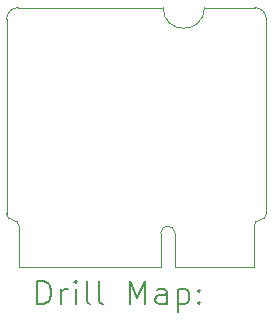
<source format=gbr>
%TF.GenerationSoftware,KiCad,Pcbnew,8.0.8*%
%TF.CreationDate,2025-02-14T18:20:21-05:00*%
%TF.ProjectId,caravel-M.2-card-QFN,63617261-7665-46c2-9d4d-2e322d636172,1*%
%TF.SameCoordinates,Original*%
%TF.FileFunction,Drillmap*%
%TF.FilePolarity,Positive*%
%FSLAX45Y45*%
G04 Gerber Fmt 4.5, Leading zero omitted, Abs format (unit mm)*
G04 Created by KiCad (PCBNEW 8.0.8) date 2025-02-14 18:20:21*
%MOMM*%
%LPD*%
G01*
G04 APERTURE LIST*
%ADD10C,0.010000*%
%ADD11C,0.200000*%
G04 APERTURE END LIST*
D10*
X6245000Y-2150000D02*
X6245000Y-3795000D01*
X6350000Y-4250000D02*
X6350000Y-3900000D01*
X7550000Y-3960000D02*
X7550000Y-4250000D01*
X7550000Y-4250000D02*
X6350000Y-4250000D01*
X7570000Y-2050000D02*
X6345000Y-2050000D01*
X7670000Y-3960000D02*
X7670000Y-4250000D01*
X8340000Y-3900000D02*
X8340000Y-4250000D01*
X8340000Y-4250000D02*
X7670000Y-4250000D01*
X8345000Y-2050000D02*
X7920000Y-2050000D01*
X8445000Y-2150000D02*
X8445000Y-3795000D01*
X6245000Y-2150000D02*
G75*
G02*
X6345000Y-2050000I100000J0D01*
G01*
X6297500Y-3847500D02*
G75*
G02*
X6245000Y-3795000I0J52500D01*
G01*
X6297500Y-3847500D02*
G75*
G02*
X6350000Y-3900000I0J-52500D01*
G01*
X7550000Y-3960000D02*
G75*
G02*
X7670000Y-3960000I60000J0D01*
G01*
X7920000Y-2050000D02*
G75*
G02*
X7570000Y-2050000I-175000J0D01*
G01*
X8340000Y-3900000D02*
G75*
G02*
X8392500Y-3847500I52500J0D01*
G01*
X8345000Y-2050000D02*
G75*
G02*
X8445000Y-2150000I0J-100000D01*
G01*
X8445000Y-3795000D02*
G75*
G02*
X8392500Y-3847500I-52500J0D01*
G01*
D11*
X6505277Y-4561984D02*
X6505277Y-4361984D01*
X6505277Y-4361984D02*
X6552896Y-4361984D01*
X6552896Y-4361984D02*
X6581467Y-4371508D01*
X6581467Y-4371508D02*
X6600515Y-4390555D01*
X6600515Y-4390555D02*
X6610039Y-4409603D01*
X6610039Y-4409603D02*
X6619562Y-4447698D01*
X6619562Y-4447698D02*
X6619562Y-4476270D01*
X6619562Y-4476270D02*
X6610039Y-4514365D01*
X6610039Y-4514365D02*
X6600515Y-4533412D01*
X6600515Y-4533412D02*
X6581467Y-4552460D01*
X6581467Y-4552460D02*
X6552896Y-4561984D01*
X6552896Y-4561984D02*
X6505277Y-4561984D01*
X6705277Y-4561984D02*
X6705277Y-4428650D01*
X6705277Y-4466746D02*
X6714801Y-4447698D01*
X6714801Y-4447698D02*
X6724324Y-4438174D01*
X6724324Y-4438174D02*
X6743372Y-4428650D01*
X6743372Y-4428650D02*
X6762420Y-4428650D01*
X6829086Y-4561984D02*
X6829086Y-4428650D01*
X6829086Y-4361984D02*
X6819562Y-4371508D01*
X6819562Y-4371508D02*
X6829086Y-4381031D01*
X6829086Y-4381031D02*
X6838610Y-4371508D01*
X6838610Y-4371508D02*
X6829086Y-4361984D01*
X6829086Y-4361984D02*
X6829086Y-4381031D01*
X6952896Y-4561984D02*
X6933848Y-4552460D01*
X6933848Y-4552460D02*
X6924324Y-4533412D01*
X6924324Y-4533412D02*
X6924324Y-4361984D01*
X7057658Y-4561984D02*
X7038610Y-4552460D01*
X7038610Y-4552460D02*
X7029086Y-4533412D01*
X7029086Y-4533412D02*
X7029086Y-4361984D01*
X7286229Y-4561984D02*
X7286229Y-4361984D01*
X7286229Y-4361984D02*
X7352896Y-4504841D01*
X7352896Y-4504841D02*
X7419562Y-4361984D01*
X7419562Y-4361984D02*
X7419562Y-4561984D01*
X7600515Y-4561984D02*
X7600515Y-4457222D01*
X7600515Y-4457222D02*
X7590991Y-4438174D01*
X7590991Y-4438174D02*
X7571943Y-4428650D01*
X7571943Y-4428650D02*
X7533848Y-4428650D01*
X7533848Y-4428650D02*
X7514801Y-4438174D01*
X7600515Y-4552460D02*
X7581467Y-4561984D01*
X7581467Y-4561984D02*
X7533848Y-4561984D01*
X7533848Y-4561984D02*
X7514801Y-4552460D01*
X7514801Y-4552460D02*
X7505277Y-4533412D01*
X7505277Y-4533412D02*
X7505277Y-4514365D01*
X7505277Y-4514365D02*
X7514801Y-4495317D01*
X7514801Y-4495317D02*
X7533848Y-4485793D01*
X7533848Y-4485793D02*
X7581467Y-4485793D01*
X7581467Y-4485793D02*
X7600515Y-4476270D01*
X7695753Y-4428650D02*
X7695753Y-4628650D01*
X7695753Y-4438174D02*
X7714801Y-4428650D01*
X7714801Y-4428650D02*
X7752896Y-4428650D01*
X7752896Y-4428650D02*
X7771943Y-4438174D01*
X7771943Y-4438174D02*
X7781467Y-4447698D01*
X7781467Y-4447698D02*
X7790991Y-4466746D01*
X7790991Y-4466746D02*
X7790991Y-4523889D01*
X7790991Y-4523889D02*
X7781467Y-4542936D01*
X7781467Y-4542936D02*
X7771943Y-4552460D01*
X7771943Y-4552460D02*
X7752896Y-4561984D01*
X7752896Y-4561984D02*
X7714801Y-4561984D01*
X7714801Y-4561984D02*
X7695753Y-4552460D01*
X7876705Y-4542936D02*
X7886229Y-4552460D01*
X7886229Y-4552460D02*
X7876705Y-4561984D01*
X7876705Y-4561984D02*
X7867182Y-4552460D01*
X7867182Y-4552460D02*
X7876705Y-4542936D01*
X7876705Y-4542936D02*
X7876705Y-4561984D01*
X7876705Y-4438174D02*
X7886229Y-4447698D01*
X7886229Y-4447698D02*
X7876705Y-4457222D01*
X7876705Y-4457222D02*
X7867182Y-4447698D01*
X7867182Y-4447698D02*
X7876705Y-4438174D01*
X7876705Y-4438174D02*
X7876705Y-4457222D01*
M02*

</source>
